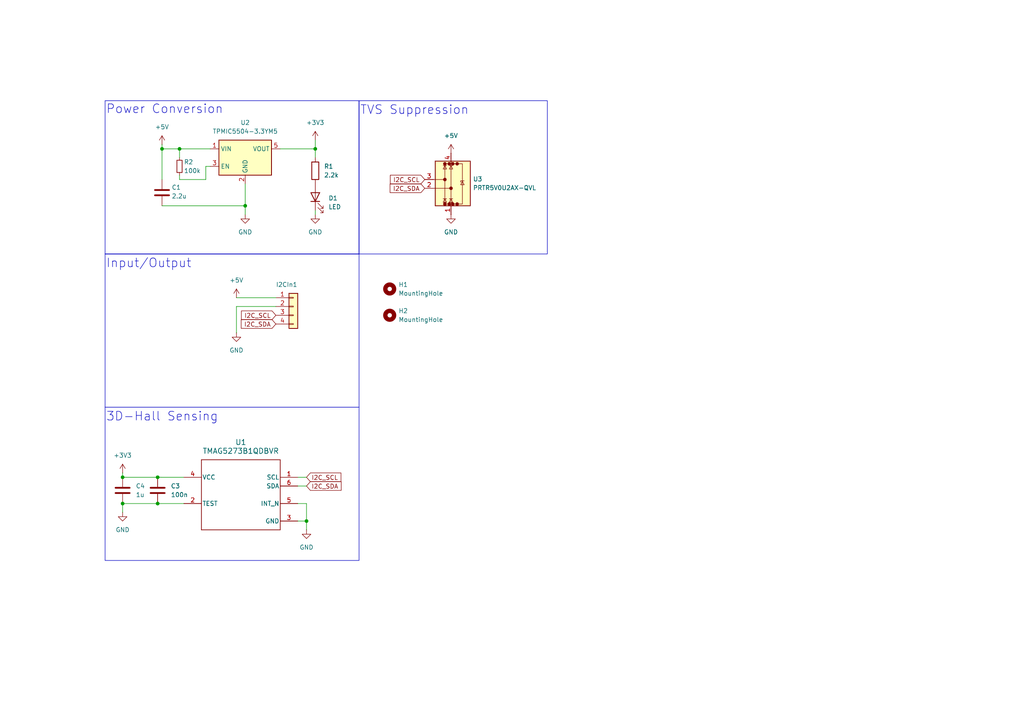
<source format=kicad_sch>
(kicad_sch (version 20231120) (generator "eeschema") (generator_version "8.0")
  (paper "A4")
  (lib_symbols
    (symbol "Connector_Generic:Conn_01x04" (pin_names (offset 1.016) hide)
      (property "Reference" "J" (at 0 5.08 0))
      (property "Value" "Conn_01x04" (at 0 -7.62 0))
      (symbol "Conn_01x04_1_1"
        (rectangle (start -1.27 -4.953) (end 0 -5.207) (stroke (width 0.1524)))
        (rectangle (start -1.27 -2.413) (end 0 -2.667) (stroke (width 0.1524)))
        (rectangle (start -1.27 0.127) (end 0 -0.127) (stroke (width 0.1524)))
        (rectangle (start -1.27 2.667) (end 0 2.413) (stroke (width 0.1524)))
        (rectangle (start -1.27 3.81) (end 1.27 -6.35) (stroke (width 0.254)) (fill (type background)))
        (pin passive line (at -5.08 2.54 0) (length 3.81) (name "Pin_1") (number "1"))
        (pin passive line (at -5.08 0 0) (length 3.81) (name "Pin_2") (number "2"))
        (pin passive line (at -5.08 -2.54 0) (length 3.81) (name "Pin_3") (number "3"))
        (pin passive line (at -5.08 -5.08 0) (length 3.81) (name "Pin_4") (number "4"))
      )
    )
    (symbol "Device:C" (pin_numbers hide) (pin_names (offset 0.254))
      (property "Reference" "C" (at 0.635 2.54 0))
      (property "Value" "C" (at 0.635 -2.54 0))
      (symbol "C_0_1"
        (polyline (pts (xy -2.032 -0.762) (xy 2.032 -0.762)) (stroke (width 0.508)))
        (polyline (pts (xy -2.032 0.762) (xy 2.032 0.762)) (stroke (width 0.508)))
      )
      (symbol "C_1_1"
        (pin passive line (at 0 3.81 270) (length 2.794) (name "~") (number "1"))
        (pin passive line (at 0 -3.81 90) (length 2.794) (name "~") (number "2"))
      )
    )
    (symbol "Device:LED" (pin_numbers hide) (pin_names (offset 1.016) hide)
      (property "Reference" "D" (at 0 2.54 0))
      (property "Value" "LED" (at 0 -2.54 0))
      (symbol "LED_0_1"
        (polyline (pts (xy -1.27 -1.27) (xy -1.27 1.27)) (stroke (width 0.254)))
        (polyline (pts (xy -1.27 0) (xy 1.27 0)))
        (polyline (pts (xy 1.27 -1.27) (xy 1.27 1.27) (xy -1.27 0) (xy 1.27 -1.27)) (stroke (width 0.254)))
        (polyline (pts (xy -3.048 -0.762) (xy -4.572 -2.286) (xy -3.81 -2.286) (xy -4.572 -2.286) (xy -4.572 -1.524)))
        (polyline (pts (xy -1.778 -0.762) (xy -3.302 -2.286) (xy -2.54 -2.286) (xy -3.302 -2.286) (xy -3.302 -1.524)))
      )
      (symbol "LED_1_1"
        (pin passive line (at -3.81 0 0) (length 2.54) (name "K") (number "1"))
        (pin passive line (at 3.81 0 180) (length 2.54) (name "A") (number "2"))
      )
    )
    (symbol "Device:R" (pin_numbers hide) (pin_names (offset 0))
      (property "Reference" "R" (at 2.032 0 90))
      (property "Value" "R" (at 0 0 90))
      (symbol "R_0_1"
        (rectangle (start -1.016 -2.54) (end 1.016 2.54) (stroke (width 0.254)))
      )
      (symbol "R_1_1"
        (pin passive line (at 0 3.81 270) (length 1.27) (name "~") (number "1"))
        (pin passive line (at 0 -3.81 90) (length 1.27) (name "~") (number "2"))
      )
    )
    (symbol "Device:R_Small" (pin_numbers hide) (pin_names (offset 0.254) hide)
      (property "Reference" "R" (at 0.762 0.508 0))
      (property "Value" "R_Small" (at 0.762 -1.016 0))
      (symbol "R_Small_0_1"
        (rectangle (start -0.762 1.778) (end 0.762 -1.778) (stroke (width 0.2032)))
      )
      (symbol "R_Small_1_1"
        (pin passive line (at 0 2.54 270) (length 0.762) (name "~") (number "1"))
        (pin passive line (at 0 -2.54 90) (length 0.762) (name "~") (number "2"))
      )
    )
    (symbol "Mechanical:MountingHole" (pin_names (offset 1.016)) (exclude_from_sim yes) (in_bom no)
      (property "Reference" "H" (at 0 5.08 0))
      (property "Value" "MountingHole" (at 0 3.175 0))
      (symbol "MountingHole_0_1"
        (circle (center 0 0) (radius 1.27) (stroke (width 1.27)))
      )
    )
    (symbol "Power_Protection:WE-TVS-824015043" (pin_names hide)
      (property "Reference" "U3" (at 6.35 0.1271 0))
      (property "Value" "DRTR5V0U2SRQ" (at 6.35 -2.4129 0))
      (symbol "WE-TVS-824015043_0_0"
        (circle (center -1.778 -7.112) (radius 0.0001) (stroke (width 0.508)))
        (circle (center -1.778 0) (radius 0.0001) (stroke (width 0.508)))
        (circle (center -1.778 4.572) (radius 0.0001) (stroke (width 0.508)))
        (circle (center -0.508 -7.112) (radius 0.0001) (stroke (width 0.508)))
        (circle (center -0.508 4.572) (radius 0.0001) (stroke (width 0.508)))
        (circle (center 0 -2.54) (radius 0.0001) (stroke (width 0.508)))
        (circle (center 0.508 -7.112) (radius 0.0001) (stroke (width 0.508)))
        (circle (center 0.508 4.572) (radius 0.0001) (stroke (width 0.508)))
        (circle (center 1.778 -7.112) (radius 0.0001) (stroke (width 0.508)))
        (circle (center 1.778 4.572) (radius 0.0001) (stroke (width 0.508)))
      )
      (symbol "WE-TVS-824015043_0_1"
        (polyline (pts (xy -5.08 -2.54) (xy 0 -2.54)))
        (polyline (pts (xy -5.08 0) (xy -1.778 0)))
        (polyline (pts (xy -2.286 -5.588) (xy -1.27 -5.588)))
        (polyline (pts (xy -2.286 4.064) (xy -1.27 4.064)))
        (polyline (pts (xy -0.508 -5.588) (xy 0.508 -5.588)))
        (polyline (pts (xy -0.508 4.572) (xy 1.778 4.572)))
        (polyline (pts (xy 0 5.08) (xy 0.508 4.572)))
        (polyline (pts (xy 0.508 -7.112) (xy -0.508 -7.112)))
        (polyline (pts (xy 0.508 -7.112) (xy 1.778 -7.112)))
        (polyline (pts (xy 0.508 4.064) (xy -0.508 4.064)))
        (polyline (pts (xy 2.794 -0.762) (xy 2.794 -0.381) (xy 3.81 -0.381)))
        (polyline (pts (xy -1.27 -6.604) (xy -2.286 -6.604) (xy -1.778 -5.588) (xy -1.27 -6.604)))
        (polyline (pts (xy -1.27 3.048) (xy -2.286 3.048) (xy -1.778 4.064) (xy -1.27 3.048)))
        (polyline (pts (xy -0.508 -6.604) (xy 0.508 -6.604) (xy 0 -5.588) (xy -0.508 -6.604)))
        (polyline (pts (xy -0.508 3.048) (xy 0.508 3.048) (xy 0 4.064) (xy -0.508 3.048)))
        (polyline (pts (xy 1.778 4.572) (xy 3.302 4.572) (xy 3.302 -7.112) (xy 1.778 -7.112)))
        (polyline (pts (xy 3.81 -1.524) (xy 2.794 -1.524) (xy 3.302 -0.508) (xy 3.81 -1.524)))
      )
      (symbol "WE-TVS-824015043_1_1"
        (rectangle (start -4.572 5.334) (end 5.588 -7.62) (stroke (width 0.254)) (fill (type background)))
        (polyline (pts (xy 0.508 -7.112) (xy 0 -6.604) (xy 0 4.064) (xy -0.508 4.572)))
        (polyline (pts (xy 0 -7.62) (xy -0.508 -7.112) (xy -1.778 -7.112) (xy -1.778 4.572) (xy -0.508 4.572)))
        (pin passive line (at 0 -10.16 90) (length 2.54) (name "GND") (number "1"))
        (pin passive line (at -7.62 -2.54 0) (length 2.54) (name "I/O3") (number "2"))
        (pin passive line (at -7.62 0 0) (length 2.54) (name "I/O2") (number "3"))
        (pin passive line (at 0 7.62 270) (length 2.54) (name "VCC") (number "4"))
      )
    )
    (symbol "Regulator_Linear:MCP1802x-xx02xOT"
      (property "Reference" "U2" (at 0 10.16 0))
      (property "Value" "TPMIC5504-3.3YM5" (at 0 7.62 0))
      (symbol "MCP1802x-xx02xOT_0_1"
        (rectangle (start -7.62 5.08) (end 7.62 -5.08) (stroke (width 0.254)) (fill (type background)))
      )
      (symbol "MCP1802x-xx02xOT_1_1"
        (pin power_in line (at -10.16 2.54 0) (length 2.54) (name "VIN") (number "1"))
        (pin power_in line (at 0 -7.62 90) (length 2.54) (name "GND") (number "2"))
        (pin input line (at -10.16 -2.54 0) (length 2.54) (name "EN") (number "3"))
        (pin no_connect line (at 7.62 0 180) (length 2.54) hide (name "NC") (number "4"))
        (pin power_out line (at 10.16 2.54 180) (length 2.54) (name "VOUT") (number "5"))
      )
    )
    (symbol "TMAG5273:TMAG5273B1QDBVR" (pin_names (offset 0.254))
      (property "Reference" "U" (at 0 2.54 0))
      (property "Value" "TMAG5273B1QDBVR" (at 0 0 0))
      (symbol "TMAG5273B1QDBVR_0_1"
        (polyline (pts (xy 5.08 -15.24) (xy 27.94 -15.24)) (stroke (width 0.2032)))
        (polyline (pts (xy 5.08 5.08) (xy 5.08 -15.24)) (stroke (width 0.2032)))
        (polyline (pts (xy 27.94 -15.24) (xy 27.94 5.08)) (stroke (width 0.2032)))
        (polyline (pts (xy 27.94 5.08) (xy 5.08 5.08)) (stroke (width 0.2032)))
        (pin input line (at 33.02 0 180) (length 5.08) (name "SCL") (number "1"))
        (pin input line (at 0 -7.62 0) (length 5.08) (name "TEST") (number "2"))
        (pin power_in line (at 33.02 -12.7 180) (length 5.08) (name "GND") (number "3"))
        (pin power_in line (at 0 0 0) (length 5.08) (name "VCC") (number "4"))
        (pin output line (at 33.02 -7.62 180) (length 5.08) (name "INT_N") (number "5"))
        (pin bidirectional line (at 33.02 -2.54 180) (length 5.08) (name "SDA") (number "6"))
      )
    )
    (symbol "power:+3V3" (power) (pin_numbers hide) (pin_names (offset 0) hide)
      (property "Value" "+3V3" (at 0 3.556 0))
      (symbol "+3V3_0_1"
        (polyline (pts (xy -0.762 1.27) (xy 0 2.54)))
        (polyline (pts (xy 0 0) (xy 0 2.54)))
        (polyline (pts (xy 0 2.54) (xy 0.762 1.27)))
      )
      (symbol "+3V3_1_1"
        (pin power_in line (at 0 0 90) (length 0) (name "~") (number "1"))
      )
    )
    (symbol "power:+5V" (power) (pin_numbers hide) (pin_names (offset 0) hide)
      (property "Value" "+5V" (at 0 3.556 0))
      (symbol "+5V_0_1"
        (polyline (pts (xy -0.762 1.27) (xy 0 2.54)))
        (polyline (pts (xy 0 0) (xy 0 2.54)))
        (polyline (pts (xy 0 2.54) (xy 0.762 1.27)))
      )
      (symbol "+5V_1_1"
        (pin power_in line (at 0 0 90) (length 0) (name "~") (number "1"))
      )
    )
    (symbol "power:GND" (power) (pin_numbers hide) (pin_names (offset 0) hide)
      (property "Value" "GND" (at 0 -3.81 0))
      (symbol "GND_0_1"
        (polyline (pts (xy 0 0) (xy 0 -1.27) (xy 1.27 -1.27) (xy 0 -2.54) (xy -1.27 -1.27) (xy 0 -1.27)))
      )
      (symbol "GND_1_1"
        (pin power_in line (at 0 0 270) (length 0) (name "~") (number "1"))
      )
    )
  )
  (junction (at 35.56 146.05))
  (junction (at 45.72 146.05))
  (junction (at 88.9 151.13))
  (junction (at 52.07 43.18))
  (junction (at 46.99 43.18))
  (junction (at 71.12 59.69))
  (junction (at 45.72 138.43))
  (junction (at 91.44 43.18))
  (junction (at 35.56 138.43))
  (wire (pts (xy 35.56 146.05) (xy 45.72 146.05)))
  (wire (pts (xy 88.9 151.13) (xy 88.9 153.67)))
  (wire (pts (xy 52.07 43.18) (xy 60.96 43.18)))
  (wire (pts (xy 68.58 96.52) (xy 68.58 88.9)))
  (wire (pts (xy 35.56 137.16) (xy 35.56 138.43)))
  (wire (pts (xy 46.99 41.91) (xy 46.99 43.18)))
  (wire (pts (xy 81.28 43.18) (xy 91.44 43.18)))
  (wire (pts (xy 86.36 146.05) (xy 88.9 146.05)))
  (wire (pts (xy 88.9 140.97) (xy 86.36 140.97)))
  (wire (pts (xy 46.99 59.69) (xy 71.12 59.69)))
  (wire (pts (xy 86.36 151.13) (xy 88.9 151.13)))
  (wire (pts (xy 59.69 48.26) (xy 59.69 52.07)))
  (wire (pts (xy 91.44 43.18) (xy 91.44 45.72)))
  (wire (pts (xy 68.58 88.9) (xy 80.01 88.9)))
  (wire (pts (xy 45.72 146.05) (xy 53.34 146.05)))
  (wire (pts (xy 91.44 60.96) (xy 91.44 62.23)))
  (wire (pts (xy 45.72 138.43) (xy 53.34 138.43)))
  (wire (pts (xy 68.58 86.36) (xy 80.01 86.36)))
  (wire (pts (xy 59.69 48.26) (xy 60.96 48.26)))
  (wire (pts (xy 71.12 62.23) (xy 71.12 59.69)))
  (wire (pts (xy 88.9 138.43) (xy 86.36 138.43)))
  (wire (pts (xy 52.07 52.07) (xy 52.07 50.8)))
  (wire (pts (xy 52.07 43.18) (xy 52.07 45.72)))
  (wire (pts (xy 91.44 40.64) (xy 91.44 43.18)))
  (wire (pts (xy 52.07 52.07) (xy 59.69 52.07)))
  (wire (pts (xy 46.99 43.18) (xy 46.99 52.07)))
  (wire (pts (xy 88.9 146.05) (xy 88.9 151.13)))
  (wire (pts (xy 46.99 43.18) (xy 52.07 43.18)))
  (wire (pts (xy 35.56 146.05) (xy 35.56 148.59)))
  (wire (pts (xy 35.56 138.43) (xy 45.72 138.43)))
  (wire (pts (xy 71.12 53.34) (xy 71.12 59.69)))
  (rectangle (start 30.48 29.21) (end 104.14 73.66))
  (rectangle (start 30.48 73.66) (end 104.14 118.11))
  (rectangle (start 30.48 118.11) (end 104.14 162.56))
  (rectangle (start 104.14 29.21) (end 158.75 73.66))
  (text "Input/Output" (at 30.734 76.454 0) (effects (font (size 2.54 2.54)) (justify left)))
  (text "Power Conversion" (at 30.734 31.75 0) (effects (font (size 2.54 2.54)) (justify left)))
  (text "TVS Suppression" (at 104.394 32.004 0) (effects (font (size 2.54 2.54)) (justify left)))
  (text "3D-Hall Sensing" (at 30.734 120.904 0) (effects (font (size 2.54 2.54)) (justify left)))
  (global_label "I2C_SCL" (shape input) (at 123.19 52.07 180) (property "Intersheetrefs" "${INTERSHEET_REFS}" (effects (hide yes))))
  (global_label "I2C_SDA" (shape input) (at 80.01 93.98 180) (property "Intersheetrefs" "${INTERSHEET_REFS}" (effects (hide yes))))
  (global_label "I2C_SDA" (shape input) (at 88.9 140.97 0) (property "Intersheetrefs" "${INTERSHEET_REFS}" (effects (hide yes))))
  (global_label "I2C_SCL" (shape input) (at 80.01 91.44 180) (property "Intersheetrefs" "${INTERSHEET_REFS}" (effects (hide yes))))
  (global_label "I2C_SCL" (shape input) (at 88.9 138.43 0) (property "Intersheetrefs" "${INTERSHEET_REFS}" (effects (hide yes))))
  (global_label "I2C_SDA" (shape input) (at 123.19 54.61 180) (property "Intersheetrefs" "${INTERSHEET_REFS}" (effects (hide yes))))
  (symbol (lib_id "power:+5V") (at 68.58 86.36 0) (mirror y) (unit 1)
    (property "Reference" "#PWR07" (effects (hide yes)))
    (property "Value" "+5V" (at 68.58 81.28 0))
    (property "Description" "Power symbol creates a global label with name \"+5V\"" (effects (hide yes)))
  )
  (symbol (lib_id "power:GND") (at 35.56 148.59 0) (unit 1)
    (property "Reference" "#PWR09" (effects (hide yes)))
    (property "Value" "GND" (at 35.56 153.67 0))
    (property "Description" "Power symbol creates a global label with name \"GND\" , ground" (effects (hide yes)))
  )
  (symbol (lib_id "power:GND") (at 88.9 153.67 0) (unit 1)
    (property "Reference" "#PWR010" (effects (hide yes)))
    (property "Value" "GND" (at 88.9 158.75 0))
    (property "Description" "Power symbol creates a global label with name \"GND\" , ground" (effects (hide yes)))
  )
  (symbol (lib_id "power:GND") (at 130.81 62.23 0) (unit 1)
    (property "Reference" "#PWR013" (effects (hide yes)))
    (property "Value" "GND" (at 130.81 67.31 0))
    (property "Description" "Power symbol creates a global label with name \"GND\" , ground" (effects (hide yes)))
  )
  (symbol (lib_id "power:+5V") (at 46.99 41.91 0) (unit 1)
    (property "Reference" "#PWR01" (effects (hide yes)))
    (property "Value" "+5V" (at 46.99 36.83 0))
    (property "Description" "Power symbol creates a global label with name \"+5V\"" (effects (hide yes)))
  )
  (symbol (lib_id "Device:R_Small") (at 52.07 48.26 0) (unit 1)
    (property "Reference" "R2" (at 53.34 46.99 0) (effects (justify left)))
    (property "Value" "100k" (at 53.34 49.53 0) (effects (justify left)))
    (property "Footprint" "Resistor_SMD:R_0603_1608Metric_Pad0.98x0.95mm_HandSolder" (effects (hide yes)))
    (property "Description" "Resistor, small symbol" (effects (hide yes)))
  )
  (symbol (lib_id "power:+3V3") (at 35.56 137.16 0) (unit 1)
    (property "Reference" "#PWR011" (effects (hide yes)))
    (property "Value" "+3V3" (at 35.56 132.08 0))
    (property "Description" "Power symbol creates a global label with name \"+3V3\"" (effects (hide yes)))
  )
  (symbol (lib_id "Device:LED") (at 91.44 57.15 90) (unit 1)
    (property "Reference" "D1" (at 95.25 57.4674 90) (effects (justify right)))
    (property "Value" "LED" (at 95.25 60.0074 90) (effects (justify right)))
    (property "Footprint" "LED_SMD:LED_0603_1608Metric_Pad1.05x0.95mm_HandSolder" (effects (hide yes)))
    (property "Description" "Light emitting diode" (effects (hide yes)))
  )
  (symbol (lib_id "Mechanical:MountingHole") (at 113.03 91.44 0) (unit 1) (exclude_from_sim yes) (in_bom no)
    (property "Reference" "H2" (at 115.57 90.1699 0) (effects (justify left)))
    (property "Value" "MountingHole" (at 115.57 92.7099 0) (effects (justify left)))
    (property "Footprint" "MountingHole:MountingHole_3.2mm_M3" (effects (hide yes)))
    (property "Description" "Mounting Hole without connection" (effects (hide yes)))
  )
  (symbol (lib_id "Device:R") (at 91.44 49.53 0) (unit 1)
    (property "Reference" "R1" (at 93.98 48.2599 0) (effects (justify left)))
    (property "Value" "2.2k" (at 93.98 50.7999 0) (effects (justify left)))
    (property "Footprint" "Resistor_SMD:R_0603_1608Metric_Pad0.98x0.95mm_HandSolder" (effects (hide yes)))
    (property "Description" "Resistor" (effects (hide yes)))
  )
  (symbol (lib_id "power:GND") (at 68.58 96.52 0) (mirror y) (unit 1)
    (property "Reference" "#PWR08" (effects (hide yes)))
    (property "Value" "GND" (at 68.58 101.6 0))
    (property "Description" "Power symbol creates a global label with name \"GND\" , ground" (effects (hide yes)))
  )
  (symbol (lib_id "Device:C") (at 46.99 55.88 0) (unit 1)
    (property "Reference" "C1" (at 49.784 54.356 0) (effects (justify left)))
    (property "Value" "2.2u" (at 49.784 56.896 0) (effects (justify left)))
    (property "Footprint" "Capacitor_SMD:C_0603_1608Metric_Pad1.08x0.95mm_HandSolder" (effects (hide yes)))
    (property "Description" "Unpolarized capacitor" (effects (hide yes)))
    (property "Digikey PN" "490-12332-1-ND" (effects (hide yes)))
    (property "Digikey Link" "https://www.digikey.com/en/products/detail/murata-electronics/GRT188R61H225KE13D/5416754" (effects (hide yes)))
  )
  (symbol (lib_id "Regulator_Linear:MCP1802x-xx02xOT") (at 71.12 45.72 0) (unit 1)
    (property "Reference" "U2" (at 71.12 35.56 0))
    (property "Value" "TPMIC5504-3.3YM5" (at 71.12 38.1 0))
    (property "Footprint" "Package_TO_SOT_SMD:SOT-23-5" (effects (hide yes)))
    (property "Datasheet" "https://www.lcsc.com/datasheet/lcsc_datasheet_2205241716_TECH-PUBLIC-TPMIC5504-3-3YM5_C3021093.pdf" (effects (hide yes)))
    (property "Description" "300mA, LDO With Shutdown, Fixed 3.3V, SOT-23-5" (effects (hide yes)))
  )
  (symbol (lib_id "power:GND") (at 91.44 62.23 0) (unit 1)
    (property "Reference" "#PWR04" (effects (hide yes)))
    (property "Value" "GND" (at 91.44 67.31 0))
    (property "Description" "Power symbol creates a global label with name \"GND\" , ground" (effects (hide yes)))
  )
  (symbol (lib_id "Device:C") (at 45.72 142.24 0) (unit 1)
    (property "Reference" "C3" (at 49.53 140.9699 0) (effects (justify left)))
    (property "Value" "100n" (at 49.53 143.5099 0) (effects (justify left)))
    (property "Footprint" "Capacitor_SMD:C_0603_1608Metric_Pad1.08x0.95mm_HandSolder" (effects (hide yes)))
    (property "Description" "Unpolarized capacitor" (effects (hide yes)))
  )
  (symbol (lib_id "Power_Protection:WE-TVS-824015043") (at 130.81 52.07 0) (unit 1)
    (property "Reference" "U3" (at 137.16 51.9429 0) (effects (justify left)))
    (property "Value" "PRTR5V0U2AX-QVL" (at 137.16 54.4829 0) (effects (justify left)))
    (property "Footprint" "Package_TO_SOT_SMD:SOT-143_Handsoldering" (effects (hide yes)))
    (property "Datasheet" "https://assets.nexperia.com/documents/data-sheet/PRTR5V0U2AX-Q.pdf" (effects (hide yes)))
    (property "Description" "Low Capacitance TVS Diode Array, 2 Channels, SOT-23-6" (effects (hide yes)))
    (property "Digikey PN" "1727-PRTR5V0U2AX-QVLCT-ND" (effects (hide yes)))
    (property "Digikey Link" "https://www.digikey.com/en/products/detail/nexperia-usa-inc/PRTR5V0U2AX-QVL/21528582" (effects (hide yes)))
  )
  (symbol (lib_id "power:+5V") (at 130.81 44.45 0) (mirror y) (unit 1)
    (property "Reference" "#PWR012" (effects (hide yes)))
    (property "Value" "+5V" (at 130.81 39.37 0))
    (property "Description" "Power symbol creates a global label with name \"+5V\"" (effects (hide yes)))
  )
  (symbol (lib_id "power:GND") (at 71.12 62.23 0) (unit 1)
    (property "Reference" "#PWR02" (effects (hide yes)))
    (property "Value" "GND" (at 71.12 67.31 0))
    (property "Description" "Power symbol creates a global label with name \"GND\" , ground" (effects (hide yes)))
  )
  (symbol (lib_id "power:+3V3") (at 91.44 40.64 0) (unit 1)
    (property "Reference" "#PWR03" (effects (hide yes)))
    (property "Value" "+3V3" (at 91.44 35.56 0))
    (property "Description" "Power symbol creates a global label with name \"+3V3\"" (effects (hide yes)))
  )
  (symbol (lib_id "Connector_Generic:Conn_01x04") (at 85.09 88.9 0) (unit 1)
    (property "Reference" "I2CIn1" (at 80.01 82.55 0) (effects (justify left)))
    (property "Value" "Conn_01x04_MountingPin" (effects (hide yes)))
    (property "Footprint" "Temporary Common:Pluggable_Terminal_2.54mm_4P_Horizontal" (effects (hide yes)))
    (property "Description" "Generic connector, single row, 01x04, script generated (kicad-library-utils/schlib/autogen/connector/)" (effects (hide yes)))
  )
  (symbol (lib_id "Device:C") (at 35.56 142.24 0) (unit 1)
    (property "Reference" "C4" (at 39.37 140.9699 0) (effects (justify left)))
    (property "Value" "1u" (at 39.37 143.5099 0) (effects (justify left)))
    (property "Footprint" "Capacitor_SMD:C_0603_1608Metric_Pad1.08x0.95mm_HandSolder" (effects (hide yes)))
    (property "Description" "Unpolarized capacitor" (effects (hide yes)))
  )
  (symbol (lib_id "TMAG5273:TMAG5273B1QDBVR") (at 53.34 138.43 0) (unit 1)
    (property "Reference" "U1" (at 69.85 128.27 0) (effects (font (size 1.524 1.524))))
    (property "Value" "TMAG5273B1QDBVR" (at 69.85 130.81 0) (effects (font (size 1.524 1.524))))
    (property "Footprint" "DBV0006A-IPC_A" (effects (hide yes)))
    (property "Datasheet" "https://www.ti.com/lit/ds/symlink/tmag5273.pdf?ts=1721504027842&ref_url=https%253A%252F%252Fwww.mouser.com%252F" (effects (hide yes)))
    (property "Digikey PN" "296-TMAG5273B1QDBVRCT-ND (please order 4 different i2c addresses)" (effects (hide yes)))
    (property "Digikey Link" "https://www.digikey.com/en/products/detail/texas-instruments/TMAG5273B1QDBVR/21298856" (effects (hide yes)))
  )
  (symbol (lib_id "Mechanical:MountingHole") (at 113.03 83.82 0) (unit 1) (exclude_from_sim yes) (in_bom no)
    (property "Reference" "H1" (at 115.57 82.5499 0) (effects (justify left)))
    (property "Value" "MountingHole" (at 115.57 85.0899 0) (effects (justify left)))
    (property "Footprint" "MountingHole:MountingHole_3.2mm_M3" (effects (hide yes)))
    (property "Description" "Mounting Hole without connection" (effects (hide yes)))
  )
)
</source>
